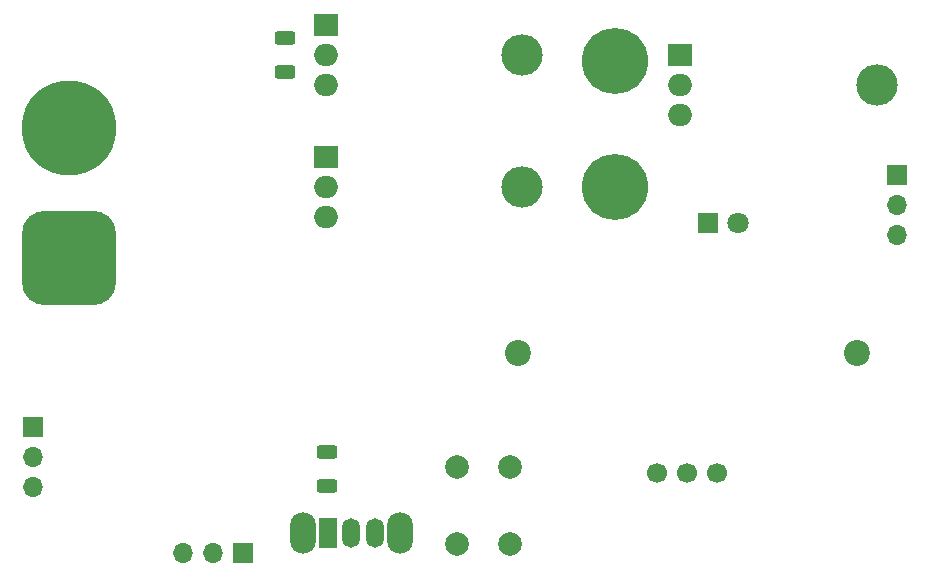
<source format=gbr>
%TF.GenerationSoftware,KiCad,Pcbnew,6.0.8-f2edbf62ab~116~ubuntu22.04.1*%
%TF.CreationDate,2022-10-27T13:18:31-04:00*%
%TF.ProjectId,discharger,64697363-6861-4726-9765-722e6b696361,rev?*%
%TF.SameCoordinates,Original*%
%TF.FileFunction,Soldermask,Bot*%
%TF.FilePolarity,Negative*%
%FSLAX46Y46*%
G04 Gerber Fmt 4.6, Leading zero omitted, Abs format (unit mm)*
G04 Created by KiCad (PCBNEW 6.0.8-f2edbf62ab~116~ubuntu22.04.1) date 2022-10-27 13:18:31*
%MOMM*%
%LPD*%
G01*
G04 APERTURE LIST*
G04 Aperture macros list*
%AMRoundRect*
0 Rectangle with rounded corners*
0 $1 Rounding radius*
0 $2 $3 $4 $5 $6 $7 $8 $9 X,Y pos of 4 corners*
0 Add a 4 corners polygon primitive as box body*
4,1,4,$2,$3,$4,$5,$6,$7,$8,$9,$2,$3,0*
0 Add four circle primitives for the rounded corners*
1,1,$1+$1,$2,$3*
1,1,$1+$1,$4,$5*
1,1,$1+$1,$6,$7*
1,1,$1+$1,$8,$9*
0 Add four rect primitives between the rounded corners*
20,1,$1+$1,$2,$3,$4,$5,0*
20,1,$1+$1,$4,$5,$6,$7,0*
20,1,$1+$1,$6,$7,$8,$9,0*
20,1,$1+$1,$8,$9,$2,$3,0*%
G04 Aperture macros list end*
%ADD10C,2.000000*%
%ADD11R,1.700000X1.700000*%
%ADD12O,1.700000X1.700000*%
%ADD13C,2.200000*%
%ADD14C,1.700000*%
%ADD15O,3.500000X3.500000*%
%ADD16R,2.000000X1.905000*%
%ADD17O,2.000000X1.905000*%
%ADD18RoundRect,2.000000X2.000000X-2.000000X2.000000X2.000000X-2.000000X2.000000X-2.000000X-2.000000X0*%
%ADD19C,8.000000*%
%ADD20O,2.200000X3.500000*%
%ADD21R,1.500000X2.500000*%
%ADD22O,1.500000X2.500000*%
%ADD23C,5.600000*%
%ADD24R,1.800000X1.800000*%
%ADD25C,1.800000*%
%ADD26RoundRect,0.250000X-0.625000X0.312500X-0.625000X-0.312500X0.625000X-0.312500X0.625000X0.312500X0*%
%ADD27RoundRect,0.250000X0.625000X-0.312500X0.625000X0.312500X-0.625000X0.312500X-0.625000X-0.312500X0*%
G04 APERTURE END LIST*
D10*
%TO.C,START/STOP*%
X116622000Y-110946000D03*
X116622000Y-104446000D03*
X121122000Y-104446000D03*
X121122000Y-110946000D03*
%TD*%
D11*
%TO.C,J5*%
X153924000Y-79771000D03*
D12*
X153924000Y-82311000D03*
X153924000Y-84851000D03*
%TD*%
D13*
%TO.C,J3*%
X150494000Y-94811000D03*
X121794000Y-94811000D03*
D14*
X133604000Y-104971000D03*
X136144000Y-104971000D03*
X138684000Y-104971000D03*
%TD*%
D15*
%TO.C,Q2*%
X122176500Y-69596000D03*
D16*
X105516500Y-67056000D03*
D17*
X105516500Y-69596000D03*
X105516500Y-72136000D03*
%TD*%
D18*
%TO.C,J1*%
X83820000Y-86780000D03*
D19*
X83820000Y-75780000D03*
%TD*%
D11*
%TO.C,J4*%
X98552000Y-111760000D03*
D12*
X96012000Y-111760000D03*
X93472000Y-111760000D03*
%TD*%
D20*
%TO.C,SW1*%
X103596000Y-110025500D03*
X111796000Y-110025500D03*
D21*
X105696000Y-110025500D03*
D22*
X107696000Y-110025500D03*
X109696000Y-110025500D03*
%TD*%
D23*
%TO.C,TP1*%
X130048000Y-70104000D03*
%TD*%
D15*
%TO.C,Q3*%
X122176500Y-80772000D03*
D16*
X105516500Y-78232000D03*
D17*
X105516500Y-80772000D03*
X105516500Y-83312000D03*
%TD*%
D11*
%TO.C,J2*%
X80772000Y-101092000D03*
D12*
X80772000Y-103632000D03*
X80772000Y-106172000D03*
%TD*%
D15*
%TO.C,U3*%
X152210000Y-72136000D03*
D16*
X135550000Y-69596000D03*
D17*
X135550000Y-72136000D03*
X135550000Y-74676000D03*
%TD*%
D24*
%TO.C,D2*%
X137917000Y-83820000D03*
D25*
X140457000Y-83820000D03*
%TD*%
D23*
%TO.C,TP2*%
X130048000Y-80772000D03*
%TD*%
D26*
%TO.C,R1*%
X105664000Y-103185500D03*
X105664000Y-106110500D03*
%TD*%
D27*
%TO.C,R7*%
X102046500Y-71058500D03*
X102046500Y-68133500D03*
%TD*%
M02*

</source>
